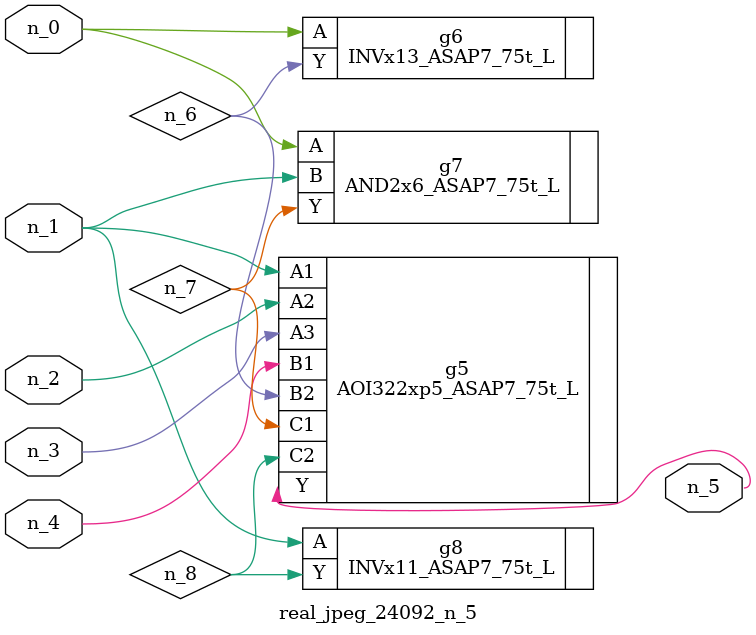
<source format=v>
module real_jpeg_24092_n_5 (n_4, n_0, n_1, n_2, n_3, n_5);

input n_4;
input n_0;
input n_1;
input n_2;
input n_3;

output n_5;

wire n_8;
wire n_6;
wire n_7;

INVx13_ASAP7_75t_L g6 ( 
.A(n_0),
.Y(n_6)
);

AND2x6_ASAP7_75t_L g7 ( 
.A(n_0),
.B(n_1),
.Y(n_7)
);

AOI322xp5_ASAP7_75t_L g5 ( 
.A1(n_1),
.A2(n_2),
.A3(n_3),
.B1(n_4),
.B2(n_6),
.C1(n_7),
.C2(n_8),
.Y(n_5)
);

INVx11_ASAP7_75t_L g8 ( 
.A(n_1),
.Y(n_8)
);


endmodule
</source>
